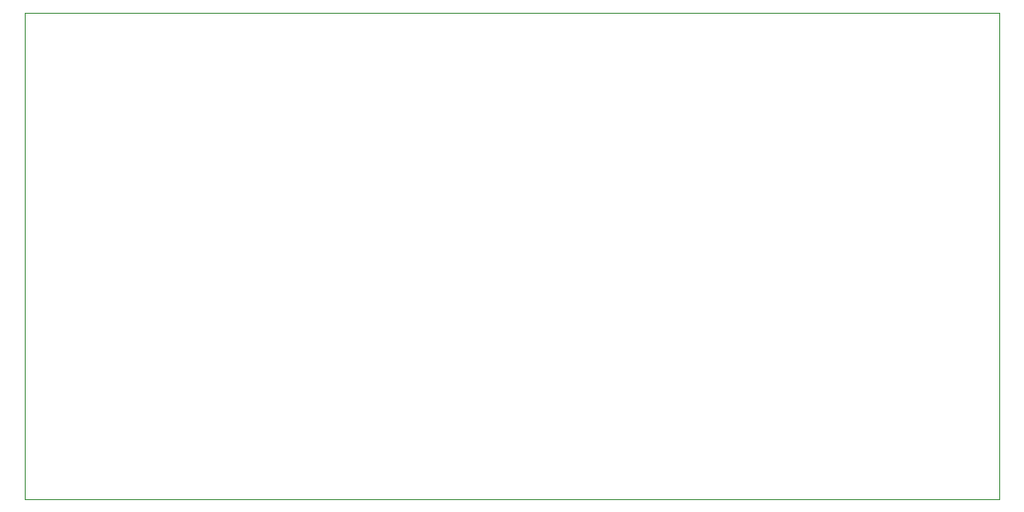
<source format=gbr>
%TF.GenerationSoftware,KiCad,Pcbnew,9.0.0*%
%TF.CreationDate,2025-04-08T17:00:31-05:00*%
%TF.ProjectId,MEC-PSU-1-12,4d45432d-5053-4552-9d31-2d31322e6b69,rev?*%
%TF.SameCoordinates,Original*%
%TF.FileFunction,Profile,NP*%
%FSLAX46Y46*%
G04 Gerber Fmt 4.6, Leading zero omitted, Abs format (unit mm)*
G04 Created by KiCad (PCBNEW 9.0.0) date 2025-04-08 17:00:31*
%MOMM*%
%LPD*%
G01*
G04 APERTURE LIST*
%TA.AperFunction,Profile*%
%ADD10C,0.050000*%
%TD*%
G04 APERTURE END LIST*
D10*
X127000000Y-96500000D02*
X217000000Y-96500000D01*
X217000000Y-141500000D01*
X127000000Y-141500000D01*
X127000000Y-96500000D01*
M02*

</source>
